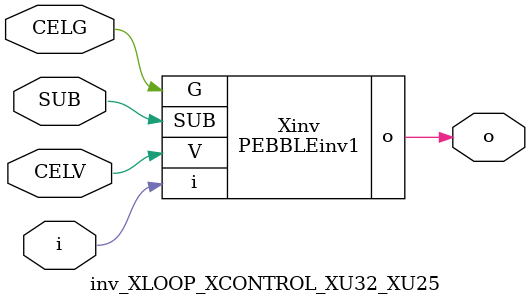
<source format=v>



module PEBBLEinv1 ( o, G, SUB, V, i );

  input V;
  input i;
  input G;
  output o;
  input SUB;
endmodule

//Celera Confidential Do Not Copy inv_XLOOP_XCONTROL_XU32_XU25
//Celera Confidential Symbol Generator
//5V Inverter
module inv_XLOOP_XCONTROL_XU32_XU25 (CELV,CELG,i,o,SUB);
input CELV;
input CELG;
input i;
input SUB;
output o;

//Celera Confidential Do Not Copy inv
PEBBLEinv1 Xinv(
.V (CELV),
.i (i),
.o (o),
.SUB (SUB),
.G (CELG)
);
//,diesize,PEBBLEinv1

//Celera Confidential Do Not Copy Module End
//Celera Schematic Generator
endmodule

</source>
